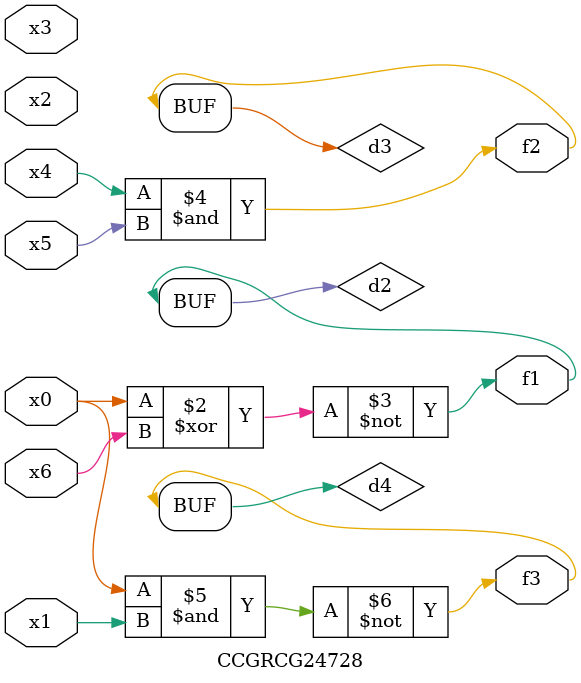
<source format=v>
module CCGRCG24728(
	input x0, x1, x2, x3, x4, x5, x6,
	output f1, f2, f3
);

	wire d1, d2, d3, d4;

	nor (d1, x0);
	xnor (d2, x0, x6);
	and (d3, x4, x5);
	nand (d4, x0, x1);
	assign f1 = d2;
	assign f2 = d3;
	assign f3 = d4;
endmodule

</source>
